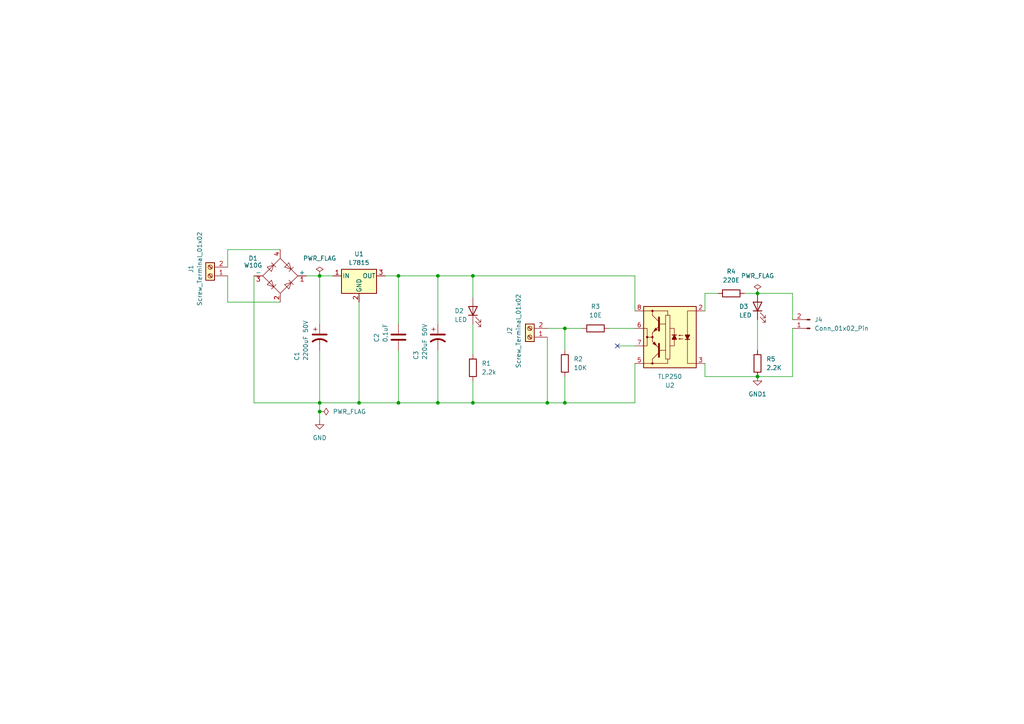
<source format=kicad_sch>
(kicad_sch (version 20231120) (generator "eeschema") (generator_version "8.0")
  (paper "A4")
  (lib_symbols
    (symbol "Connector:Conn_01x02_Pin" (pin_names (offset 1.016) hide)
      (property "Reference" "J" (at 0 2.54 0))
      (property "Value" "Conn_01x02_Pin" (at 0 -5.08 0))
      (symbol "Conn_01x02_Pin_1_1"
        (polyline (pts (xy 1.27 -2.54) (xy 0.8636 -2.54)) (stroke (width 0.1524)))
        (polyline (pts (xy 1.27 0) (xy 0.8636 0)) (stroke (width 0.1524)))
        (rectangle (start 0.8636 -2.413) (end 0 -2.667) (stroke (width 0.1524)) (fill (type outline)))
        (rectangle (start 0.8636 0.127) (end 0 -0.127) (stroke (width 0.1524)) (fill (type outline)))
        (pin passive line (at 5.08 0 180) (length 3.81) (name "Pin_1") (number "1"))
        (pin passive line (at 5.08 -2.54 180) (length 3.81) (name "Pin_2") (number "2"))
      )
    )
    (symbol "Connector:Screw_Terminal_01x02" (pin_names (offset 1.016) hide)
      (property "Reference" "J" (at 0 2.54 0))
      (property "Value" "Screw_Terminal_01x02" (at 0 -5.08 0))
      (symbol "Screw_Terminal_01x02_1_1"
        (rectangle (start -1.27 1.27) (end 1.27 -3.81) (stroke (width 0.254)) (fill (type background)))
        (circle (center 0 -2.54) (radius 0.635) (stroke (width 0.1524)))
        (polyline (pts (xy -0.5334 -2.2098) (xy 0.3302 -3.048)) (stroke (width 0.1524)))
        (polyline (pts (xy -0.5334 0.3302) (xy 0.3302 -0.508)) (stroke (width 0.1524)))
        (polyline (pts (xy -0.3556 -2.032) (xy 0.508 -2.8702)) (stroke (width 0.1524)))
        (polyline (pts (xy -0.3556 0.508) (xy 0.508 -0.3302)) (stroke (width 0.1524)))
        (circle (center 0 0) (radius 0.635) (stroke (width 0.1524)))
        (pin passive line (at -5.08 0 0) (length 3.81) (name "Pin_1") (number "1"))
        (pin passive line (at -5.08 -2.54 0) (length 3.81) (name "Pin_2") (number "2"))
      )
    )
    (symbol "Device:C" (pin_numbers hide) (pin_names (offset 0.254))
      (property "Reference" "C" (at 0.635 2.54 0))
      (property "Value" "C" (at 0.635 -2.54 0))
      (symbol "C_0_1"
        (polyline (pts (xy -2.032 -0.762) (xy 2.032 -0.762)) (stroke (width 0.508)))
        (polyline (pts (xy -2.032 0.762) (xy 2.032 0.762)) (stroke (width 0.508)))
      )
      (symbol "C_1_1"
        (pin passive line (at 0 3.81 270) (length 2.794) (name "~") (number "1"))
        (pin passive line (at 0 -3.81 90) (length 2.794) (name "~") (number "2"))
      )
    )
    (symbol "Device:C_Polarized_US" (pin_numbers hide) (pin_names (offset 0.254) hide)
      (property "Reference" "C" (at 0.635 2.54 0))
      (property "Value" "C_Polarized_US" (at 0.635 -2.54 0))
      (symbol "C_Polarized_US_0_1"
        (polyline (pts (xy -2.032 0.762) (xy 2.032 0.762)) (stroke (width 0.508)))
        (polyline (pts (xy -1.778 2.286) (xy -0.762 2.286)))
        (polyline (pts (xy -1.27 1.778) (xy -1.27 2.794)))
        (arc (start 2.032 -1.27) (mid 0 -0.5572) (end -2.032 -1.27) (stroke (width 0.508)))
      )
      (symbol "C_Polarized_US_1_1"
        (pin passive line (at 0 3.81 270) (length 2.794) (name "~") (number "1"))
        (pin passive line (at 0 -3.81 90) (length 3.302) (name "~") (number "2"))
      )
    )
    (symbol "Device:LED" (pin_numbers hide) (pin_names (offset 1.016) hide)
      (property "Reference" "D" (at 0 2.54 0))
      (property "Value" "LED" (at 0 -2.54 0))
      (symbol "LED_0_1"
        (polyline (pts (xy -1.27 -1.27) (xy -1.27 1.27)) (stroke (width 0.254)))
        (polyline (pts (xy -1.27 0) (xy 1.27 0)))
        (polyline (pts (xy 1.27 -1.27) (xy 1.27 1.27) (xy -1.27 0) (xy 1.27 -1.27)) (stroke (width 0.254)))
        (polyline (pts (xy -3.048 -0.762) (xy -4.572 -2.286) (xy -3.81 -2.286) (xy -4.572 -2.286) (xy -4.572 -1.524)))
        (polyline (pts (xy -1.778 -0.762) (xy -3.302 -2.286) (xy -2.54 -2.286) (xy -3.302 -2.286) (xy -3.302 -1.524)))
      )
      (symbol "LED_1_1"
        (pin passive line (at -3.81 0 0) (length 2.54) (name "K") (number "1"))
        (pin passive line (at 3.81 0 180) (length 2.54) (name "A") (number "2"))
      )
    )
    (symbol "Device:R" (pin_numbers hide) (pin_names (offset 0))
      (property "Reference" "R" (at 2.032 0 90))
      (property "Value" "R" (at 0 0 90))
      (symbol "R_0_1"
        (rectangle (start -1.016 -2.54) (end 1.016 2.54) (stroke (width 0.254)))
      )
      (symbol "R_1_1"
        (pin passive line (at 0 3.81 270) (length 1.27) (name "~") (number "1"))
        (pin passive line (at 0 -3.81 90) (length 1.27) (name "~") (number "2"))
      )
    )
    (symbol "Diode_Bridge:W10G" (pin_names (offset 0))
      (property "Reference" "D" (at 2.54 6.985 0))
      (property "Value" "W10G" (at 2.54 5.08 0))
      (symbol "W10G_0_1"
        (polyline (pts (xy -2.54 3.81) (xy -1.27 2.54)))
        (polyline (pts (xy -1.27 -2.54) (xy -2.54 -3.81)))
        (polyline (pts (xy 2.54 -1.27) (xy 3.81 -2.54)))
        (polyline (pts (xy 2.54 1.27) (xy 3.81 2.54)))
        (polyline (pts (xy -3.81 2.54) (xy -2.54 1.27) (xy -1.905 3.175) (xy -3.81 2.54)))
        (polyline (pts (xy -2.54 -1.27) (xy -3.81 -2.54) (xy -1.905 -3.175) (xy -2.54 -1.27)))
        (polyline (pts (xy 1.27 2.54) (xy 2.54 3.81) (xy 3.175 1.905) (xy 1.27 2.54)))
        (polyline (pts (xy 3.175 -1.905) (xy 1.27 -2.54) (xy 2.54 -3.81) (xy 3.175 -1.905)))
        (polyline (pts (xy -5.08 0) (xy 0 -5.08) (xy 5.08 0) (xy 0 5.08) (xy -5.08 0)))
      )
      (symbol "W10G_1_1"
        (pin passive line (at 7.62 0 180) (length 2.54) (name "+") (number "1"))
        (pin passive line (at 0 -7.62 90) (length 2.54) (name "~") (number "2"))
        (pin passive line (at -7.62 0 0) (length 2.54) (name "-") (number "3"))
        (pin passive line (at 0 7.62 270) (length 2.54) (name "~") (number "4"))
      )
    )
    (symbol "Driver_FET:TLP250" (pin_names hide)
      (property "Reference" "U" (at 0 12.7 0))
      (property "Value" "TLP250" (at 0 10.16 0))
      (symbol "TLP250_0_1"
        (rectangle (start -7.62 8.89) (end 7.62 -8.89) (stroke (width 0.254)) (fill (type background)))
        (polyline (pts (xy -5.715 -0.635) (xy -4.445 -0.635)) (stroke (width 0.254)))
        (polyline (pts (xy -0.635 0.635) (xy -1.905 0.635)) (stroke (width 0.254)))
        (polyline (pts (xy 3.048 -3.81) (xy 1.27 -3.81)))
        (polyline (pts (xy 3.048 3.81) (xy 1.27 3.81)))
        (polyline (pts (xy 3.175 -4.445) (xy 5.08 -6.35)))
        (polyline (pts (xy 3.175 4.445) (xy 5.08 6.35)))
        (polyline (pts (xy 5.08 -6.35) (xy 5.08 -7.62)))
        (polyline (pts (xy 5.08 -1.27) (xy 3.175 -3.175)) (fill (type outline)))
        (polyline (pts (xy 5.08 0) (xy 6.604 0)))
        (polyline (pts (xy 5.08 1.27) (xy 3.175 3.175)) (fill (type outline)))
        (polyline (pts (xy 5.08 6.35) (xy 5.08 7.62)))
        (polyline (pts (xy 7.62 7.62) (xy 0.635 7.62)))
        (polyline (pts (xy -1.27 -0.635) (xy -1.27 -2.54) (xy 0 -2.54)))
        (polyline (pts (xy -1.27 0.635) (xy -1.27 2.54) (xy 0 2.54)))
        (polyline (pts (xy 0.635 -6.35) (xy 0.635 -7.62) (xy 7.62 -7.62)))
        (polyline (pts (xy 3.175 -5.715) (xy 3.175 -1.905) (xy 3.175 -1.905)) (stroke (width 0.508)))
        (polyline (pts (xy 3.175 5.715) (xy 3.175 1.905) (xy 3.175 1.905)) (stroke (width 0.508)))
        (polyline (pts (xy -7.62 7.62) (xy -5.08 7.62) (xy -5.08 -7.62) (xy -7.62 -7.62)))
        (polyline (pts (xy -5.08 -0.635) (xy -5.715 0.635) (xy -4.445 0.635) (xy -5.08 -0.635)) (stroke (width 0.254)) (fill (type outline)))
        (polyline (pts (xy -1.27 0.635) (xy -0.635 -0.635) (xy -1.905 -0.635) (xy -1.27 0.635)) (stroke (width 0.254)) (fill (type outline)))
        (polyline (pts (xy 7.62 2.54) (xy 6.604 2.54) (xy 6.604 -2.54) (xy 7.62 -2.54)))
        (polyline (pts (xy -3.81 -0.508) (xy -2.54 -0.508) (xy -2.921 -0.635) (xy -2.921 -0.381) (xy -2.54 -0.508)))
        (polyline (pts (xy -3.81 0.508) (xy -2.54 0.508) (xy -2.921 0.381) (xy -2.921 0.635) (xy -2.54 0.508)))
        (polyline (pts (xy 1.27 6.35) (xy 1.27 -6.35) (xy 0 -6.35) (xy 0 6.35) (xy 1.27 6.35)))
        (polyline (pts (xy 3.683 2.159) (xy 4.191 2.667) (xy 4.699 1.651) (xy 3.683 2.159) (xy 3.683 2.159)) (fill (type outline)))
        (polyline (pts (xy 4.953 -1.905) (xy 4.445 -1.397) (xy 3.937 -2.413) (xy 4.953 -1.905) (xy 4.953 -1.905)) (fill (type outline)))
        (rectangle (start 0.635 6.35) (end 0.635 6.35))
        (rectangle (start 0.635 6.35) (end 0.635 7.62))
        (circle (center 5.08 -7.62) (radius 0.254) (fill (type outline)))
        (circle (center 5.08 0) (radius 0.254) (fill (type outline)))
        (rectangle (start 5.08 1.27) (end 5.08 -1.27))
        (circle (center 5.08 7.62) (radius 0.254) (fill (type outline)))
        (circle (center 6.604 0) (radius 0.254) (fill (type outline)))
      )
      (symbol "TLP250_1_1"
        (pin no_connect line (at -7.62 2.54 0) (length 2.54) hide (name "NC") (number "1"))
        (pin passive line (at -10.16 7.62 0) (length 2.54) (name "A") (number "2"))
        (pin passive line (at -10.16 -7.62 0) (length 2.54) (name "C") (number "3"))
        (pin no_connect line (at -7.62 -2.54 0) (length 2.54) hide (name "NC") (number "4"))
        (pin power_in line (at 10.16 -7.62 180) (length 2.54) (name "VEE") (number "5"))
        (pin output line (at 10.16 2.54 180) (length 2.54) (name "VO") (number "6"))
        (pin output line (at 10.16 -2.54 180) (length 2.54) (name "VO") (number "7"))
        (pin power_in line (at 10.16 7.62 180) (length 2.54) (name "VCC") (number "8"))
      )
    )
    (symbol "Regulator_Linear:L7815" (pin_names (offset 0.254))
      (property "Reference" "U" (at -3.81 3.175 0))
      (property "Value" "L7815" (at 0 3.175 0))
      (symbol "L7815_0_1"
        (rectangle (start -5.08 1.905) (end 5.08 -5.08) (stroke (width 0.254)) (fill (type background)))
      )
      (symbol "L7815_1_1"
        (pin power_in line (at -7.62 0 0) (length 2.54) (name "IN") (number "1"))
        (pin power_in line (at 0 -7.62 90) (length 2.54) (name "GND") (number "2"))
        (pin power_out line (at 7.62 0 180) (length 2.54) (name "OUT") (number "3"))
      )
    )
    (symbol "power:GND" (power) (pin_numbers hide) (pin_names (offset 0) hide)
      (property "Value" "GND" (at 0 -3.81 0))
      (symbol "GND_0_1"
        (polyline (pts (xy 0 0) (xy 0 -1.27) (xy 1.27 -1.27) (xy 0 -2.54) (xy -1.27 -1.27) (xy 0 -1.27)))
      )
      (symbol "GND_1_1"
        (pin power_in line (at 0 0 270) (length 0) (name "~") (number "1"))
      )
    )
    (symbol "power:PWR_FLAG" (power) (pin_numbers hide) (pin_names (offset 0) hide)
      (property "Value" "PWR_FLAG" (at 0 3.81 0))
      (symbol "PWR_FLAG_0_0"
        (pin power_out line (at 0 0 90) (length 0) (name "~") (number "1"))
      )
      (symbol "PWR_FLAG_0_1"
        (polyline (pts (xy 0 0) (xy 0 1.27) (xy -1.016 1.905) (xy 0 2.54) (xy 1.016 1.905) (xy 0 1.27)))
      )
    )
  )
  (junction (at 163.83 95.25))
  (junction (at 104.14 116.84))
  (junction (at 127 116.84))
  (junction (at 115.57 80.01))
  (junction (at 92.71 119.38))
  (junction (at 163.83 116.84))
  (junction (at 115.57 116.84))
  (junction (at 92.71 80.01))
  (junction (at 158.75 116.84))
  (junction (at 92.71 116.84))
  (junction (at 137.16 80.01))
  (junction (at 137.16 116.84))
  (junction (at 219.71 109.22))
  (junction (at 127 80.01))
  (junction (at 219.71 85.09))
  (no_connect (at 179.07 100.33))
  (wire (pts (xy 92.71 80.01) (xy 96.52 80.01)))
  (wire (pts (xy 163.83 109.22) (xy 163.83 116.84)))
  (wire (pts (xy 92.71 116.84) (xy 92.71 101.6)))
  (wire (pts (xy 184.15 90.17) (xy 184.15 80.01)))
  (wire (pts (xy 229.87 95.25) (xy 229.87 109.22)))
  (wire (pts (xy 158.75 116.84) (xy 163.83 116.84)))
  (wire (pts (xy 158.75 97.79) (xy 158.75 116.84)))
  (wire (pts (xy 127 116.84) (xy 137.16 116.84)))
  (wire (pts (xy 179.07 100.33) (xy 184.15 100.33)))
  (wire (pts (xy 229.87 92.71) (xy 229.87 85.09)))
  (wire (pts (xy 127 93.98) (xy 127 80.01)))
  (wire (pts (xy 158.75 95.25) (xy 163.83 95.25)))
  (wire (pts (xy 219.71 92.71) (xy 219.71 101.6)))
  (wire (pts (xy 66.04 80.01) (xy 66.04 87.63)))
  (wire (pts (xy 92.71 116.84) (xy 104.14 116.84)))
  (wire (pts (xy 163.83 116.84) (xy 184.15 116.84)))
  (wire (pts (xy 204.47 90.17) (xy 204.47 85.09)))
  (wire (pts (xy 137.16 116.84) (xy 158.75 116.84)))
  (wire (pts (xy 92.71 121.92) (xy 92.71 119.38)))
  (wire (pts (xy 104.14 87.63) (xy 104.14 116.84)))
  (wire (pts (xy 204.47 109.22) (xy 219.71 109.22)))
  (wire (pts (xy 115.57 101.6) (xy 115.57 116.84)))
  (wire (pts (xy 184.15 105.41) (xy 184.15 116.84)))
  (wire (pts (xy 127 101.6) (xy 127 116.84)))
  (wire (pts (xy 137.16 93.98) (xy 137.16 102.87)))
  (wire (pts (xy 137.16 110.49) (xy 137.16 116.84)))
  (wire (pts (xy 66.04 77.47) (xy 66.04 72.39)))
  (wire (pts (xy 88.9 80.01) (xy 92.71 80.01)))
  (wire (pts (xy 92.71 80.01) (xy 92.71 93.98)))
  (wire (pts (xy 215.9 85.09) (xy 219.71 85.09)))
  (wire (pts (xy 115.57 116.84) (xy 127 116.84)))
  (wire (pts (xy 66.04 72.39) (xy 81.28 72.39)))
  (wire (pts (xy 127 80.01) (xy 137.16 80.01)))
  (wire (pts (xy 92.71 119.38) (xy 92.71 116.84)))
  (wire (pts (xy 204.47 85.09) (xy 208.28 85.09)))
  (wire (pts (xy 115.57 80.01) (xy 115.57 93.98)))
  (wire (pts (xy 115.57 80.01) (xy 127 80.01)))
  (wire (pts (xy 163.83 95.25) (xy 163.83 101.6)))
  (wire (pts (xy 73.66 116.84) (xy 92.71 116.84)))
  (wire (pts (xy 111.76 80.01) (xy 115.57 80.01)))
  (wire (pts (xy 104.14 116.84) (xy 115.57 116.84)))
  (wire (pts (xy 137.16 80.01) (xy 184.15 80.01)))
  (wire (pts (xy 229.87 85.09) (xy 219.71 85.09)))
  (wire (pts (xy 73.66 80.01) (xy 73.66 116.84)))
  (wire (pts (xy 66.04 87.63) (xy 81.28 87.63)))
  (wire (pts (xy 204.47 105.41) (xy 204.47 109.22)))
  (wire (pts (xy 229.87 109.22) (xy 219.71 109.22)))
  (wire (pts (xy 176.53 95.25) (xy 184.15 95.25)))
  (wire (pts (xy 137.16 86.36) (xy 137.16 80.01)))
  (wire (pts (xy 163.83 95.25) (xy 168.91 95.25)))
  (symbol (lib_id "Device:LED") (at 137.16 90.17 90) (unit 1)
    (property "Reference" "D2" (at 131.826 90.17 90) (effects (justify right)))
    (property "Value" "LED" (at 131.826 92.71 90) (effects (justify right)))
    (property "Footprint" "LED_THT:LED_D5.0mm" (effects (hide yes)))
    (property "Description" "Light emitting diode" (effects (hide yes)))
  )
  (symbol (lib_id "Device:R") (at 212.09 85.09 90) (unit 1)
    (property "Reference" "R4" (at 212.09 78.74 90))
    (property "Value" "220E" (at 212.09 81.28 90))
    (property "Footprint" "Resistor_THT:R_Axial_DIN0207_L6.3mm_D2.5mm_P10.16mm_Horizontal" (effects (hide yes)))
    (property "Description" "Resistor" (effects (hide yes)))
  )
  (symbol (lib_id "Device:R") (at 163.83 105.41 0) (unit 1)
    (property "Reference" "R2" (at 166.37 104.1399 0) (effects (justify left)))
    (property "Value" "10K" (at 166.37 106.6799 0) (effects (justify left)))
    (property "Footprint" "Resistor_THT:R_Axial_DIN0207_L6.3mm_D2.5mm_P10.16mm_Horizontal" (effects (hide yes)))
    (property "Description" "Resistor" (effects (hide yes)))
  )
  (symbol (lib_id "Device:C") (at 115.57 97.79 0) (unit 1)
    (property "Reference" "C2" (at 109.22 99.314 90) (effects (justify left)))
    (property "Value" "0.1uF" (at 111.76 99.314 90) (effects (justify left)))
    (property "Footprint" "Capacitor_THT:C_Disc_D7.5mm_W5.0mm_P5.00mm" (effects (hide yes)))
    (property "Description" "Unpolarized capacitor" (effects (hide yes)))
  )
  (symbol (lib_id "Connector:Screw_Terminal_01x02") (at 60.96 80.01 180) (unit 1)
    (property "Reference" "J1" (at 55.372 77.978 90))
    (property "Value" "Screw_Terminal_01x02" (at 57.912 77.978 90))
    (property "Footprint" "TerminalBlock_Phoenix:TerminalBlock_Phoenix_MKDS-1,5-2_1x02_P5.00mm_Horizontal" (effects (hide yes)))
    (property "Description" "Generic screw terminal, single row, 01x02, script generated (kicad-library-utils/schlib/autogen/connector/)" (effects (hide yes)))
  )
  (symbol (lib_id "power:PWR_FLAG") (at 92.71 80.01 0) (unit 1)
    (property "Reference" "#FLG01" (effects (hide yes)))
    (property "Value" "PWR_FLAG" (at 92.71 74.93 0))
    (property "Description" "Special symbol for telling ERC where power comes from" (effects (hide yes)))
  )
  (symbol (lib_id "Regulator_Linear:L7815") (at 104.14 80.01 0) (unit 1)
    (property "Reference" "U1" (at 104.14 73.66 0))
    (property "Value" "L7815" (at 104.14 76.2 0))
    (property "Footprint" "Package_TO_SOT_THT:TO-220-3_Vertical" (effects (hide yes)))
    (property "Datasheet" "http://www.st.com/content/ccc/resource/technical/document/datasheet/41/4f/b3/b0/12/d4/47/88/CD00000444.pdf/files/CD00000444.pdf/jcr:content/translations/en.CD00000444.pdf" (effects (hide yes)))
    (property "Description" "Positive 1.5A 35V Linear Regulator, Fixed Output 15V, TO-220/TO-263/TO-252" (effects (hide yes)))
  )
  (symbol (lib_id "Driver_FET:TLP250") (at 194.31 97.79 0) (mirror y) (unit 1)
    (property "Reference" "U2" (at 194.31 111.76 0))
    (property "Value" "TLP250" (at 194.31 109.22 0))
    (property "Footprint" "Package_DIP:DIP-8_W7.62mm" (effects (hide yes)))
    (property "Datasheet" "http://toshiba.semicon-storage.com/info/docget.jsp?did=16821&prodName=TLP250" (effects (hide yes)))
    (property "Description" "Gate Drive Optocoupler, Output Current 1.5/1.5A, DIP-8" (effects (hide yes)))
  )
  (symbol (lib_id "Connector:Conn_01x02_Pin") (at 234.95 95.25 180) (unit 1)
    (property "Reference" "J4" (at 236.22 92.7099 0) (effects (justify right)))
    (property "Value" "Conn_01x02_Pin" (at 236.22 95.2499 0) (effects (justify right)))
    (property "Footprint" "Connector_PinHeader_2.54mm:PinHeader_1x02_P2.54mm_Vertical" (effects (hide yes)))
    (property "Description" "Generic connector, single row, 01x02, script generated" (effects (hide yes)))
  )
  (symbol (lib_id "Diode_Bridge:W10G") (at 81.28 80.01 0) (unit 1)
    (property "Reference" "D1" (at 73.406 74.93 0))
    (property "Value" "W10G" (at 73.406 76.962 0))
    (property "Footprint" "Diode_THT:Diode_Bridge_Round_D9.8mm" (effects (hide yes)))
    (property "Datasheet" "https://www.vishay.com/docs/88769/woo5g.pdf" (effects (hide yes)))
    (property "Description" "Glass Passivated Single-Phase Bridge Rectifier, 700V Vrms, 1.5A If, WOG package" (effects (hide yes)))
  )
  (symbol (lib_id "Device:C_Polarized_US") (at 127 97.79 0) (unit 1)
    (property "Reference" "C3" (at 120.65 104.394 90) (effects (justify left)))
    (property "Value" "220uF 50V" (at 123.19 104.394 90) (effects (justify left)))
    (property "Footprint" "Capacitor_THT:CP_Radial_D10.0mm_P5.00mm" (effects (hide yes)))
    (property "Description" "Polarized capacitor, US symbol" (effects (hide yes)))
  )
  (symbol (lib_id "power:GND") (at 219.71 109.22 0) (unit 1)
    (property "Reference" "#PWR03" (effects (hide yes)))
    (property "Value" "GND1" (at 219.71 114.3 0))
    (property "Description" "Power symbol creates a global label with name \"GND\" , ground" (effects (hide yes)))
  )
  (symbol (lib_id "Device:R") (at 137.16 106.68 0) (unit 1)
    (property "Reference" "R1" (at 139.7 105.4099 0) (effects (justify left)))
    (property "Value" "2.2k" (at 139.7 107.9499 0) (effects (justify left)))
    (property "Footprint" "Resistor_THT:R_Axial_DIN0207_L6.3mm_D2.5mm_P10.16mm_Horizontal" (effects (hide yes)))
    (property "Description" "Resistor" (effects (hide yes)))
  )
  (symbol (lib_id "Device:R") (at 219.71 105.41 0) (unit 1)
    (property "Reference" "R5" (at 222.25 104.1399 0) (effects (justify left)))
    (property "Value" "2.2K" (at 222.25 106.6799 0) (effects (justify left)))
    (property "Footprint" "Resistor_THT:R_Axial_DIN0207_L6.3mm_D2.5mm_P10.16mm_Horizontal" (effects (hide yes)))
    (property "Description" "Resistor" (effects (hide yes)))
  )
  (symbol (lib_id "Device:C_Polarized_US") (at 92.71 97.79 0) (unit 1)
    (property "Reference" "C1" (at 86.106 104.648 90) (effects (justify left)))
    (property "Value" "2200uF 50V" (at 88.646 104.648 90) (effects (justify left)))
    (property "Footprint" "Capacitor_THT:CP_Radial_D18.0mm_P7.50mm" (effects (hide yes)))
    (property "Description" "Polarized capacitor, US symbol" (effects (hide yes)))
  )
  (symbol (lib_id "power:PWR_FLAG") (at 92.71 119.38 270) (unit 1)
    (property "Reference" "#FLG03" (effects (hide yes)))
    (property "Value" "PWR_FLAG" (at 96.52 119.3799 90) (effects (justify left)))
    (property "Description" "Special symbol for telling ERC where power comes from" (effects (hide yes)))
  )
  (symbol (lib_id "Device:LED") (at 219.71 88.9 90) (unit 1)
    (property "Reference" "D3" (at 214.376 88.9 90) (effects (justify right)))
    (property "Value" "LED" (at 214.376 91.44 90) (effects (justify right)))
    (property "Footprint" "LED_THT:LED_D5.0mm" (effects (hide yes)))
    (property "Description" "Light emitting diode" (effects (hide yes)))
  )
  (symbol (lib_id "power:GND") (at 92.71 121.92 0) (unit 1)
    (property "Reference" "#PWR02" (effects (hide yes)))
    (property "Value" "GND" (at 92.71 127 0))
    (property "Description" "Power symbol creates a global label with name \"GND\" , ground" (effects (hide yes)))
  )
  (symbol (lib_id "Connector:Screw_Terminal_01x02") (at 153.67 97.79 180) (unit 1)
    (property "Reference" "J2" (at 147.828 96.012 90))
    (property "Value" "Screw_Terminal_01x02" (at 150.368 96.012 90))
    (property "Footprint" "TerminalBlock_Phoenix:TerminalBlock_Phoenix_MKDS-1,5-2_1x02_P5.00mm_Horizontal" (effects (hide yes)))
    (property "Description" "Generic screw terminal, single row, 01x02, script generated (kicad-library-utils/schlib/autogen/connector/)" (effects (hide yes)))
  )
  (symbol (lib_id "power:PWR_FLAG") (at 219.71 85.09 0) (unit 1)
    (property "Reference" "#FLG02" (effects (hide yes)))
    (property "Value" "PWR_FLAG" (at 219.71 80.01 0))
    (property "Description" "Special symbol for telling ERC where power comes from" (effects (hide yes)))
  )
  (symbol (lib_id "Device:R") (at 172.72 95.25 90) (unit 1)
    (property "Reference" "R3" (at 172.72 88.9 90))
    (property "Value" "10E" (at 172.72 91.44 90))
    (property "Footprint" "Resistor_THT:R_Axial_DIN0207_L6.3mm_D2.5mm_P10.16mm_Horizontal" (effects (hide yes)))
    (property "Description" "Resistor" (effects (hide yes)))
  )
)
</source>
